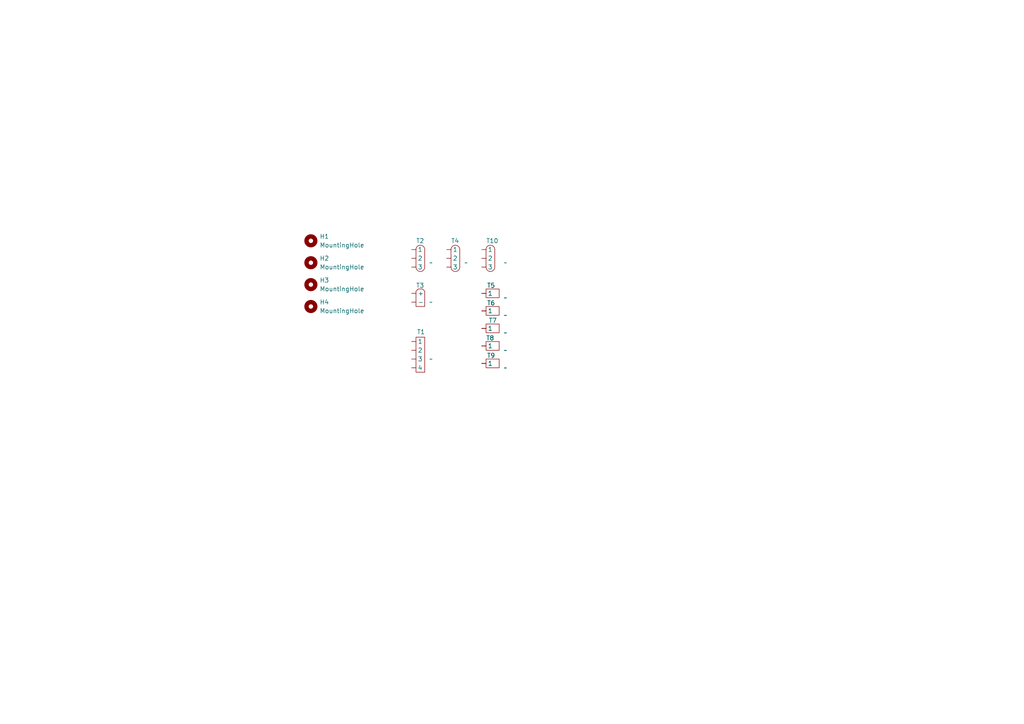
<source format=kicad_sch>
(kicad_sch (version 20231120) (generator "eeschema") (generator_version "8.0")
  (paper "A4")
  (lib_symbols
    (symbol "Connectors:2.54_Pad"
      (property "Reference" "T" (at 0 0 0))
      (symbol "2.54_Pad_0_1"
        (rectangle (start 1.27 0) (end 5.08 -2.54))
      )
      (symbol "2.54_Pad_1_1"
        (pin bidirectional line (at 0 -1.27 0) (length 1.27) (name "1") (number "1"))
      )
    )
    (symbol "Connectors:2.54x4_Pad"
      (property "Reference" "T" (at 0 1.778 0))
      (symbol "2.54x4_Pad_0_1"
        (rectangle (start 0 0) (end 2.54 -10.16))
      )
      (symbol "2.54x4_Pad_1_1"
        (pin bidirectional line (at -1.27 -1.27 0) (length 1.27) (name "1") (number "1"))
        (pin bidirectional line (at -1.27 -3.81 0) (length 1.27) (name "2") (number "2"))
        (pin bidirectional line (at -1.27 -6.35 0) (length 1.27) (name "3") (number "3"))
        (pin bidirectional line (at -1.27 -8.89 0) (length 1.27) (name "4") (number "4"))
      )
    )
    (symbol "Connectors:MR30"
      (property "Reference" "T" (at 0 0 0))
      (symbol "MR30_0_1"
        (arc (start -1.27 -7.62) (mid 0 -8.89) (end 1.27 -7.62))
        (polyline (pts (xy -1.27 -2.54) (xy -1.27 -7.62)))
        (polyline (pts (xy 1.27 -2.54) (xy 1.27 -7.62)))
        (arc (start 1.27 -2.54) (mid 0 -1.27) (end -1.27 -2.54))
      )
      (symbol "MR30_1_1"
        (pin bidirectional line (at -2.54 -2.54 0) (length 1.27) (name "1") (number "1"))
        (pin bidirectional line (at -2.54 -5.08 0) (length 1.27) (name "2") (number "2"))
        (pin bidirectional line (at -2.54 -7.62 0) (length 1.27) (name "3") (number "3"))
      )
    )
    (symbol "Connectors:XT30"
      (property "Reference" "T" (at 0 0 0))
      (symbol "XT30_0_1"
        (polyline (pts (xy -1.27 -6.35) (xy 1.27 -6.35) (xy 1.27 -1.905) (xy 0.635 -1.27) (xy -0.635 -1.27) (xy -1.27 -1.905) (xy -1.27 -6.35)))
      )
      (symbol "XT30_1_1"
        (pin bidirectional line (at -2.54 -2.54 0) (length 1.27) (name "+") (number "1"))
        (pin bidirectional line (at -2.54 -5.08 0) (length 1.27) (name "-") (number "2"))
      )
    )
    (symbol "Mechanical:MountingHole" (pin_names (offset 1.016)) (exclude_from_sim yes) (in_bom no)
      (property "Reference" "H" (at 0 5.08 0))
      (property "Value" "MountingHole" (at 0 3.175 0))
      (symbol "MountingHole_0_1"
        (circle (center 0 0) (radius 1.27) (stroke (width 1.27)))
      )
    )
  )
  (symbol (lib_id "Connectors:MR30") (at 121.92 69.85 0) (unit 1)
    (property "Reference" "T2" (at 120.65 69.85 0) (effects (justify left)))
    (property "Value" "~" (at 124.46 76.2 0) (effects (justify left)))
    (property "Footprint" "Connectors:MR30" (effects (hide yes)))
  )
  (symbol (lib_id "Connectors:MR30") (at 142.24 69.85 0) (unit 1)
    (property "Reference" "T10" (at 140.97 69.85 0) (effects (justify left)))
    (property "Value" "~" (at 146.05 76.2 0) (effects (justify left)))
    (property "Footprint" "Connectors:MR30" (effects (hide yes)))
  )
  (symbol (lib_id "Connectors:2.54_Pad") (at 139.7 104.14 0) (unit 1)
    (property "Reference" "T9" (at 141.224 103.124 0) (effects (justify left)))
    (property "Value" "~" (at 146.05 106.68 0) (effects (justify left)))
    (property "Footprint" "Connectors:Wire_Pad" (effects (hide yes)))
  )
  (symbol (lib_id "Connectors:XT30") (at 121.92 82.55 0) (unit 1)
    (property "Reference" "T3" (at 120.65 82.804 0) (effects (justify left)))
    (property "Value" "~" (at 124.46 87.63 0) (effects (justify left)))
    (property "Footprint" "Connectors:XT30" (effects (hide yes)))
  )
  (symbol (lib_id "Connectors:2.54_Pad") (at 139.7 93.98 0) (unit 1)
    (property "Reference" "T7" (at 141.732 92.964 0) (effects (justify left)))
    (property "Value" "~" (at 146.05 96.52 0) (effects (justify left)))
    (property "Footprint" "Connectors:Wire_Pad" (effects (hide yes)))
  )
  (symbol (lib_id "Mechanical:MountingHole") (at 90.17 88.9 0) (unit 1) (exclude_from_sim yes) (in_bom no)
    (property "Reference" "H4" (at 92.71 87.6299 0) (effects (justify left)))
    (property "Value" "MountingHole" (at 92.71 90.1699 0) (effects (justify left)))
    (property "Footprint" "MountingHole:MountingHole_3.2mm_M3_Pad" (effects (hide yes)))
    (property "Description" "Mounting Hole without connection" (effects (hide yes)))
  )
  (symbol (lib_id "Connectors:2.54_Pad") (at 139.7 99.06 0) (unit 1)
    (property "Reference" "T8" (at 140.97 98.044 0) (effects (justify left)))
    (property "Value" "~" (at 146.05 101.6 0) (effects (justify left)))
    (property "Footprint" "Connectors:Wire_Pad" (effects (hide yes)))
  )
  (symbol (lib_id "Mechanical:MountingHole") (at 90.17 76.2 0) (unit 1) (exclude_from_sim yes) (in_bom no)
    (property "Reference" "H2" (at 92.71 74.9299 0) (effects (justify left)))
    (property "Value" "MountingHole" (at 92.71 77.4699 0) (effects (justify left)))
    (property "Footprint" "MountingHole:MountingHole_3.2mm_M3_Pad" (effects (hide yes)))
    (property "Description" "Mounting Hole without connection" (effects (hide yes)))
  )
  (symbol (lib_id "Connectors:2.54_Pad") (at 139.7 88.9 0) (unit 1)
    (property "Reference" "T6" (at 141.224 87.884 0) (effects (justify left)))
    (property "Value" "~" (at 146.05 91.44 0) (effects (justify left)))
    (property "Footprint" "Connectors:Wire_Pad" (effects (hide yes)))
  )
  (symbol (lib_id "Connectors:2.54_Pad") (at 139.7 83.82 0) (unit 1)
    (property "Reference" "T5" (at 141.224 82.804 0) (effects (justify left)))
    (property "Value" "~" (at 146.05 86.36 0) (effects (justify left)))
    (property "Footprint" "Connectors:Wire_Pad" (effects (hide yes)))
  )
  (symbol (lib_id "Mechanical:MountingHole") (at 90.17 69.85 0) (unit 1) (exclude_from_sim yes) (in_bom no)
    (property "Reference" "H1" (at 92.71 68.5799 0) (effects (justify left)))
    (property "Value" "MountingHole" (at 92.71 71.1199 0) (effects (justify left)))
    (property "Footprint" "MountingHole:MountingHole_3.2mm_M3_Pad" (effects (hide yes)))
    (property "Description" "Mounting Hole without connection" (effects (hide yes)))
  )
  (symbol (lib_id "Mechanical:MountingHole") (at 90.17 82.55 0) (unit 1) (exclude_from_sim yes) (in_bom no)
    (property "Reference" "H3" (at 92.71 81.2799 0) (effects (justify left)))
    (property "Value" "MountingHole" (at 92.71 83.8199 0) (effects (justify left)))
    (property "Footprint" "MountingHole:MountingHole_3.2mm_M3_Pad" (effects (hide yes)))
    (property "Description" "Mounting Hole without connection" (effects (hide yes)))
  )
  (symbol (lib_id "Connectors:2.54x4_Pad") (at 120.65 97.79 0) (unit 1)
    (property "Reference" "T1" (at 120.904 96.266 0) (effects (justify left)))
    (property "Value" "~" (at 124.46 104.14 0) (effects (justify left)))
    (property "Footprint" "Connectors:2.54x4_Pad" (effects (hide yes)))
  )
  (symbol (lib_id "Connectors:MR30") (at 132.08 69.85 0) (unit 1)
    (property "Reference" "T4" (at 130.81 69.85 0) (effects (justify left)))
    (property "Value" "~" (at 134.62 76.2 0) (effects (justify left)))
    (property "Footprint" "Connectors:MR30" (effects (hide yes)))
  )
)
</source>
